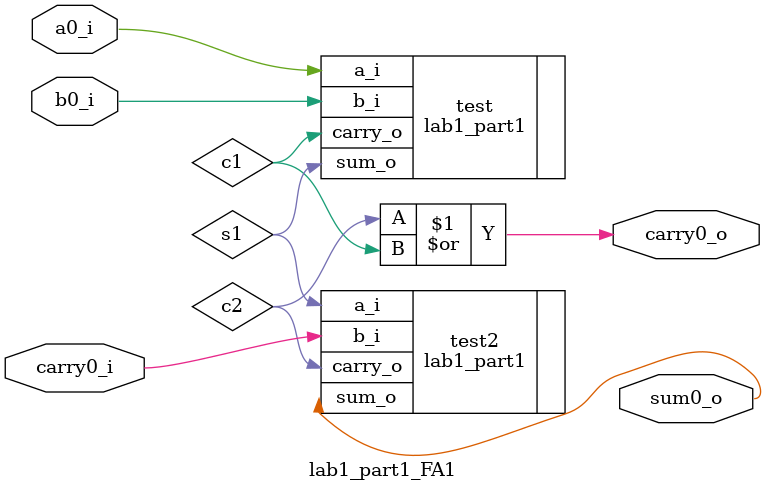
<source format=v>
`timescale 1ns / 1ps


module lab1_part1_FA1(
    input carry0_i, a0_i, b0_i,
    output sum0_o, carry0_o
    );
    wire s1,c1,c2;
    lab1_part1 test(.a_i(a0_i),.b_i(b0_i),.sum_o(s1),.carry_o(c1));
    lab1_part1 test2(.a_i(s1),.b_i(carry0_i),.sum_o(sum0_o),.carry_o(c2));
    or G1(carry0_o, c2, c1);

endmodule

</source>
